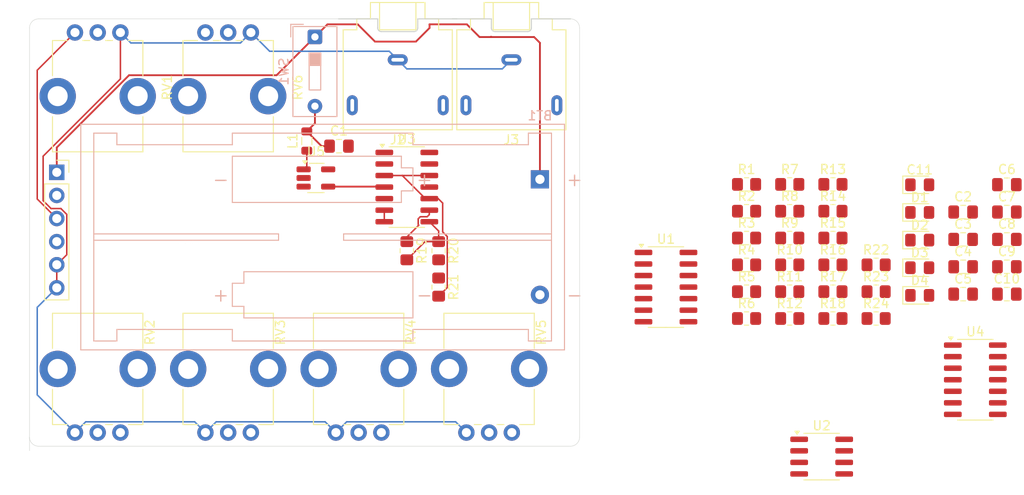
<source format=kicad_pcb>
(kicad_pcb
	(version 20241229)
	(generator "pcbnew")
	(generator_version "9.0")
	(general
		(thickness 1.6)
		(legacy_teardrops no)
	)
	(paper "A4")
	(layers
		(0 "F.Cu" signal)
		(2 "B.Cu" signal)
		(9 "F.Adhes" user "F.Adhesive")
		(11 "B.Adhes" user "B.Adhesive")
		(13 "F.Paste" user)
		(15 "B.Paste" user)
		(5 "F.SilkS" user "F.Silkscreen")
		(7 "B.SilkS" user "B.Silkscreen")
		(1 "F.Mask" user)
		(3 "B.Mask" user)
		(17 "Dwgs.User" user "User.Drawings")
		(19 "Cmts.User" user "User.Comments")
		(21 "Eco1.User" user "User.Eco1")
		(23 "Eco2.User" user "User.Eco2")
		(25 "Edge.Cuts" user)
		(27 "Margin" user)
		(31 "F.CrtYd" user "F.Courtyard")
		(29 "B.CrtYd" user "B.Courtyard")
		(35 "F.Fab" user)
		(33 "B.Fab" user)
		(39 "User.1" user)
		(41 "User.2" user)
		(43 "User.3" user)
		(45 "User.4" user)
	)
	(setup
		(stackup
			(layer "F.SilkS"
				(type "Top Silk Screen")
			)
			(layer "F.Paste"
				(type "Top Solder Paste")
			)
			(layer "F.Mask"
				(type "Top Solder Mask")
				(thickness 0.01)
			)
			(layer "F.Cu"
				(type "copper")
				(thickness 0.035)
			)
			(layer "dielectric 1"
				(type "core")
				(thickness 1.51)
				(material "FR4")
				(epsilon_r 4.5)
				(loss_tangent 0.02)
			)
			(layer "B.Cu"
				(type "copper")
				(thickness 0.035)
			)
			(layer "B.Mask"
				(type "Bottom Solder Mask")
				(thickness 0.01)
			)
			(layer "B.Paste"
				(type "Bottom Solder Paste")
			)
			(layer "B.SilkS"
				(type "Bottom Silk Screen")
			)
			(copper_finish "None")
			(dielectric_constraints no)
		)
		(pad_to_mask_clearance 0)
		(allow_soldermask_bridges_in_footprints no)
		(tenting front back)
		(pcbplotparams
			(layerselection 0x00000000_00000000_55555555_5755f5ff)
			(plot_on_all_layers_selection 0x00000000_00000000_00000000_00000000)
			(disableapertmacros no)
			(usegerberextensions no)
			(usegerberattributes yes)
			(usegerberadvancedattributes yes)
			(creategerberjobfile yes)
			(dashed_line_dash_ratio 12.000000)
			(dashed_line_gap_ratio 3.000000)
			(svgprecision 4)
			(plotframeref no)
			(mode 1)
			(useauxorigin no)
			(hpglpennumber 1)
			(hpglpenspeed 20)
			(hpglpendiameter 15.000000)
			(pdf_front_fp_property_popups yes)
			(pdf_back_fp_property_popups yes)
			(pdf_metadata yes)
			(pdf_single_document no)
			(dxfpolygonmode yes)
			(dxfimperialunits yes)
			(dxfusepcbnewfont yes)
			(psnegative no)
			(psa4output no)
			(plot_black_and_white yes)
			(plotinvisibletext no)
			(sketchpadsonfab no)
			(plotpadnumbers no)
			(hidednponfab no)
			(sketchdnponfab yes)
			(crossoutdnponfab yes)
			(subtractmaskfromsilk no)
			(outputformat 1)
			(mirror no)
			(drillshape 1)
			(scaleselection 1)
			(outputdirectory "")
		)
	)
	(net 0 "")
	(net 1 "GND")
	(net 2 "Net-(U1B-+)")
	(net 3 "VREF")
	(net 4 "Net-(U3A--)")
	(net 5 "Net-(U3C--)")
	(net 6 "/FILTERS/OBP1")
	(net 7 "/RAIL_GEN/VIN+")
	(net 8 "VCC")
	(net 9 "/FILTERS/IBP1")
	(net 10 "Net-(U1C-+)")
	(net 11 "/FILTERS/OBP2")
	(net 12 "Net-(C10-Pad1)")
	(net 13 "Net-(U3D--)")
	(net 14 "/LED_GAIN/OUTA")
	(net 15 "Net-(D1-K)")
	(net 16 "/LED_GAIN/OUTB")
	(net 17 "Net-(D2-K)")
	(net 18 "/LED_GAIN/OUTC")
	(net 19 "Net-(D3-K)")
	(net 20 "Net-(D4-K)")
	(net 21 "/LED_GAIN/OUTD")
	(net 22 "OUT")
	(net 23 "IN")
	(net 24 "Net-(J2-PadR)")
	(net 25 "Net-(J2-PadT)")
	(net 26 "Net-(J3-PadR)")
	(net 27 "Net-(U5-SW)")
	(net 28 "Net-(U1A-+)")
	(net 29 "/LED_GAIN/AREF")
	(net 30 "/LED_GAIN/BREF")
	(net 31 "/LED_GAIN/CREF")
	(net 32 "/LED_GAIN/DREF")
	(net 33 "Net-(U1D--)")
	(net 34 "/FILTERS/OHP")
	(net 35 "/FILTERS/OLP")
	(net 36 "Net-(U3B--)")
	(net 37 "unconnected-(U5-NC-Pad3)")
	(net 38 "unconnected-(U5-NC-Pad5)")
	(net 39 "Net-(C6-Pad1)")
	(net 40 "Net-(C8-Pad1)")
	(net 41 "Net-(C8-Pad2)")
	(net 42 "Net-(U2A--)")
	(net 43 "Net-(U2B--)")
	(net 44 "Net-(U2A-+)")
	(net 45 "Net-(U2B-+)")
	(net 46 "/VIN")
	(footprint "Resistor_SMD:R_0805_2012Metric_Pad1.20x1.40mm_HandSolder" (layer "F.Cu") (at 108.615 41.705))
	(footprint "Connector_Audio:Jack_3.5mm_CUI_SJ1-3523N_Horizontal" (layer "F.Cu") (at 65.5 28 180))
	(footprint "Resistor_SMD:R_0805_2012Metric_Pad1.20x1.40mm_HandSolder" (layer "F.Cu") (at 103.865 44.655))
	(footprint "Resistor_SMD:R_0805_2012Metric_Pad1.20x1.40mm_HandSolder" (layer "F.Cu") (at 103.865 47.605))
	(footprint "Resistor_SMD:R_0805_2012Metric_Pad1.20x1.40mm_HandSolder" (layer "F.Cu") (at 103.865 41.705))
	(footprint "LED_SMD:LED_0805_2012Metric_Pad1.15x1.40mm_HandSolder" (layer "F.Cu") (at 122.91 53.91))
	(footprint "Connector_PinSocket_2.54mm:PinSocket_1x06_P2.54mm_Vertical" (layer "F.Cu") (at 28 40.38))
	(footprint "LED_SMD:LED_0805_2012Metric_Pad1.15x1.40mm_HandSolder" (layer "F.Cu") (at 122.91 47.83))
	(footprint "Capacitor_SMD:C_0805_2012Metric_Pad1.18x1.45mm_HandSolder" (layer "F.Cu") (at 132.495 47.755))
	(footprint "Resistor_SMD:R_0805_2012Metric_Pad1.20x1.40mm_HandSolder" (layer "F.Cu") (at 103.865 56.455))
	(footprint "Capacitor_SMD:C_0805_2012Metric_Pad1.18x1.45mm_HandSolder" (layer "F.Cu") (at 127.685 47.755))
	(footprint "Inductor_SMD:L_0805_2012Metric" (layer "F.Cu") (at 55.5 36.9375 90))
	(footprint "Package_SO:SOIC-14_3.9x8.7mm_P1.27mm" (layer "F.Cu") (at 129.025 63.19))
	(footprint "Package_TO_SOT_SMD:SOT-23-5_HandSoldering" (layer "F.Cu") (at 56.5 41))
	(footprint "Diode_SMD:D_0805_2012Metric_Pad1.15x1.40mm_HandSolder" (layer "F.Cu") (at 122.91 41.75))
	(footprint "LED_SMD:LED_0805_2012Metric_Pad1.15x1.40mm_HandSolder" (layer "F.Cu") (at 122.91 44.79))
	(footprint "Resistor_SMD:R_0805_2012Metric_Pad1.20x1.40mm_HandSolder" (layer "F.Cu") (at 108.615 53.505))
	(footprint "Capacitor_SMD:C_0805_2012Metric_Pad1.18x1.45mm_HandSolder" (layer "F.Cu") (at 132.495 44.745))
	(footprint "Connector_Audio:Jack_3.5mm_CUI_SJ1-3523N_Horizontal" (layer "F.Cu") (at 78 28 180))
	(footprint "Resistor_SMD:R_0805_2012Metric_Pad1.20x1.40mm_HandSolder" (layer "F.Cu") (at 113.365 44.655))
	(footprint "Resistor_SMD:R_0805_2012Metric_Pad1.20x1.40mm_HandSolder" (layer "F.Cu") (at 108.615 50.555))
	(footprint "Resistor_SMD:R_0805_2012Metric_Pad1.20x1.40mm_HandSolder" (layer "F.Cu") (at 113.365 53.505))
	(footprint "Capacitor_SMD:C_0805_2012Metric_Pad1.18x1.45mm_HandSolder" (layer "F.Cu") (at 127.685 50.765))
	(footprint "Resistor_SMD:R_0805_2012Metric_Pad1.20x1.40mm_HandSolder" (layer "F.Cu") (at 108.615 56.455))
	(footprint "Package_SO:SOIC-14_3.9x8.7mm_P1.27mm" (layer "F.Cu") (at 95 53))
	(footprint "Resistor_SMD:R_0805_2012Metric_Pad1.20x1.40mm_HandSolder" (layer "F.Cu") (at 113.365 50.555))
	(footprint "Capacitor_SMD:C_0805_2012Metric_Pad1.18x1.45mm_HandSolder" (layer "F.Cu") (at 127.685 53.775))
	(footprint "Potentiometer_THT:Potentiometer_Bourns_PTV09A-1_Single_Vertical" (layer "F.Cu") (at 44.35 25 -90))
	(footprint "Capacitor_SMD:C_0805_2012Metric_Pad1.18x1.45mm_HandSolder" (layer "F.Cu") (at 59.0375 37.5))
	(footprint "Resistor_SMD:R_0805_2012Metric_Pad1.20x1.40mm_HandSolder" (layer "F.Cu") (at 118.115 50.555))
	(footprint "Resistor_SMD:R_0805_2012Metric_Pad1.20x1.40mm_HandSolder" (layer "F.Cu") (at 118.115 56.455))
	(footprint "Resistor_SMD:R_0805_2012Metric_Pad1.20x1.40mm_HandSolder" (layer "F.Cu") (at 103.865 53.505))
	(footprint "Potentiometer_THT:Potentiometer_Bourns_PTV09A-1_Single_Vertical" (layer "F.Cu") (at 35 69 90))
	(footprint "Potentiometer_THT:Potentiometer_Bourns_PTV09A-1_Single_Vertical" (layer "F.Cu") (at 78.05 69 90))
	(footprint "Resistor_SMD:R_0805_2012Metric_Pad1.20x1.40mm_HandSolder" (layer "F.Cu") (at 70 49 -90))
	(footprint "Resistor_SMD:R_0805_2012Metric_Pad1.20x1.40mm_HandSolder" (layer "F.Cu") (at 66.5 49 -90))
	(footprint "Package_SO:SOIC-14_3.9x8.7mm_P1.27mm"
		(layer "F.Cu")
		(uuid "a366d14c-e849-4ef9-b8a7-8c205fd3770b")
		(at 66.5 42)
		(descr "SOIC, 14 Pin (JEDEC MS-012AB, https://www.analog.com/media/en/package-pcb-resources/package/pkg_pdf/soic_narrow-r/r_14.pdf), generated with kicad-footprint-generator ipc_gullwing_generator.py")
		(tags "SOIC SO")
		(property "Reference" "U3"
			(at 0 -5.28 0)
			(layer "F.SilkS")
			(uuid "465e7fdd-0276-4f20-9e9c-85c01a72e14c")
			(effects
				(font
					(size 1 1)
					(thickness 0.15)
				)
			)
		)
		(property "Value" "MCP6004"
			(at 0 5.28 0)
			(layer "F.Fab")
			(uuid "486fdeda-96ba-42f4-8ee1-8459c2a0a0f0")
			(effects
				(font
					(size 1 1)
					(thickness 0.15)
				)
			)
		)
		(property "Datasheet" "http://ww1.microchip.com/downloads/en/DeviceDoc/21733j.pdf"
			(at 0 0 0)
			(layer "F.Fab")
			(hide yes)
			(uuid "c6cb5f34-ed88-4231-96da-e1c9e691c6fe")
			(effects
				(font
					(size 1.27 1.27)
					(thickness 0.15)
				)
			)
		)
		(property "Description" "1MHz, Low-Power Op Amp, DIP-14/SOIC-14/TSSOP-14"
			(at 0 0 0)
			(layer "F.Fab")
			(hide yes)
			(uuid "81be2bfa-c0eb-43d4-a1c6-2080a99eb18b")
			(effects
				(font
					(size 1.27 1.27)
					(thickness 0.15)
				)
			)
		)
		(property "Sim.Library" "MCP6001.lib"
			(at 0 0 0)
			(unlocked yes)
			(layer "F.Fab")
			(hide yes)
			(uuid "c2d09475-497f-407b-bca7-5fbd972d1fde")
			(effects
				(font
					(size 1 1)
					(thickness 0.15)
				)
			)
		)
		(property "Sim.Name" "MCP6004"
			(at 0 0 0)
			(unlocked yes)
			(layer "F.Fab")
			(hide yes)
			(uuid "adde2d96-7cda-4bc4-9213-fa175e813dd4")
			(effects
				(font
					(size 1 1)
					(thickness 0.15)
				)
			)
		)
		(property "Sim.Device" "SUBCKT"
			(at 0 0 0)
			(unlocked yes)
			(layer "F.Fab")
			(hide yes)
			(uuid "83fd93c8-6274-491e-ad0c-e0f114c30f3d")
			(effects
				(font
					(size 1 1)
					(thickness 0.15)
				)
			)
		)
		(property "Sim.Pins" "1=OUTA 2=A- 3=A+ 4=VDD 5=B+ 6=B- 7=OUTB 8=OUTC 9=C- 10=C+ 11=VSS 12=D+ 13=D- 14=OUTD"
			(at 0 0 0)
			(unlocked yes)
			(layer "F.Fab")
			(hide yes)
			(uuid "ad974cf7-1b3d-43bf-9cbe-1b7b80b86c58")
			(effects
				(font
					(size 1 1)
					(thickness 0.15)
				)
			)
		)
		(property ki_fp_filters "SOIC*3.9x8.7mm*P1.27mm* DIP*W7.62mm* TSSOP*4.4x5mm*P0.65mm* SSOP*5.3x6.2mm*P0.65mm* MSOP*3x3mm*P0.5mm*")
		(path "/8fa11fa8-6e65-47c6-b042-ff7edf5cdeda")
		(sheetname "/")
		(sheetfile "ece223_project.kicad_sch")
		(attr smd)
		(fp_line
			(start 0 -4.435)
			(end -1.95 -4.435)
			(stroke
				(width 0.12)
				(type solid)
			)
			(layer "F.SilkS")
			(uuid "b6da1fa2-7489-43d1-99b5-e85300ddcf6a")
		)
		(fp_line
			(start 0 -4.435)
			(end 1.95 -4.435)
			(stroke
				(width 0.12)
				(type solid)
			)
			(layer "F.SilkS")
			(uuid "59bbf992-5445-4dd6-aa65-2f7587ec453f")
		)
		(fp_line
			(start 0 4.435)
			(end -1.95 4.435)
			(stroke
				(width 0.12)
				(type solid)
			)
			(layer "F.SilkS")
			(uuid "99f10444-2031-42c6-a491-61353a34fd0e")
		)
		(fp_line
			(start 0 4.435)
			(end 1.95 4.435)
			(stroke
				(width 0.12)
				(type solid)
			)
			(layer "F.SilkS")
			(uuid "ce3ee0e2-1181-4996-8706-81218ee0e315")
		)
		(fp_poly
			(pts
				(xy -2.7 -4.37) (xy -2.94 -4.7) (xy -2.46 -4.7) (xy -2.7 -4.37)
			)
			(stroke
				(width 0.12)
				(type solid)
			)
			(fill yes)
			(layer "F.SilkS")
			(uuid "4d959c19-260b-4bdc-87cc-c10b2020223a")
		)
		(fp_line
			(start -3.7 -4.58)
			(end -3.7 4.58)
			(stroke
				(width 0.05)
				(type solid)
			)
			(layer "F.CrtYd")
			(uuid "40eb8391-b661-47cf-9fc6-e97d71d5fb0c")
		)
		(fp_line
			(start -3.7 4.58)
			(end 3.7 4.58)
			(stroke
				(width 0.05)
				(type solid)
			)
			(layer "F.CrtYd")
			(uuid "f64f4b35-f672-4ae6-b801-4df3ce16bbd4")
		)
		(fp_line
			(start 3.7 -4.58)
			(end -3.7 -4.58)
			(stroke
				(width 0.05)
				(type solid)
			)
			(layer "F.CrtYd")
			(uuid "2cf8d2cb-87bd-4322-bafa-784e6d0b9cb6")
		)
		(fp_line
			(start 3.7 4.58)
			(end 3.7 -4.58)
			(stroke
				(width 0.05)
				(type solid)
			)
			(layer "F.CrtYd")
			(uuid "86ecd615-8477-4a5f-a3d6-5b0645f7b2ba")
		)
		(fp_line
			(start -1.95 -3.35)
			(end -0.975 -4.325)
			(stroke
				(width 0.1)
				(type solid)
			)
			(layer "F.Fab")
			(uuid "b410d1ba-d73f-4ace-b3f0-2457ba170051")
		)
		(fp_line
			(start -1.95 4.325)
			(end -1.95 -3.35)
			(stroke
				(width 0.1)
				(type solid)
			)
			(layer "F.Fab")
			(uuid "182d06d3-6acc-459e-8023-b79445091271")
		)
		(fp_line
			(start -0.975 -4.325)
			(end 1.95 -4.325)
			(stroke
				(width 0.1)
				(type solid)
			)
			(layer "F.Fab")
			(uuid "3d6916d5-d332-4358-840d-2a65718ce989")
		)
		(fp_line
			(start 1.95 -4.325)
			(end 1.95 4.325)
			(stroke
				(width 0.1)
				(type solid)
			)
			(layer "F.Fab")
			(uuid "6c4e3298-1f4f-47e3-aaf7-c248f49d2866")
		)
		(fp_line
			(start 1.95 4.325)
			(end -1.95 4.325)
			(stroke
				(width 0.1)
				(type solid)
			)
			(layer "F.Fab")
			(uuid "ed768c57-1a14-44e1-960f-ea60f0dbe4b5")
		)
		(fp_text user "${REFERENCE}"
			(at 0 0 0)
			(layer "F.Fab")
			(uuid "8f780528-01b4-442e-9ab3-3e77f3a0d559")
			(effects
				(font
					(size 0.98 0.98)
					(thickness 0.15)
				)
			)
		)
		(pad "1" smd roundrect
			(at -2.475 -3.81)
			(size 1.95 0.6)
			(layers "F.Cu" "F.Mask" "F.Paste")
			(roundrect_rratio 0.25)
			(net 6 "/FILTERS/OBP1")
			(pintype "output")
			(uuid "a0481e81-82be-49f2-9bff-654b274e78c4")
		)
		(pad "2" smd roundrect
			(at -2.475 -2.54)
			(size 1.95 0.6)
			(layers "F.Cu" "F.Mask" "F.Paste")
			(roundrect_rratio 0.25)
			(net 4 "Net-(U3A--)")
			(pinfunction "-")
			(pintype "input")
			(uuid "1f481988-c4ee-44f3-bbb6-382cf36f3716")
		)
		(pad "3" smd roundrect
			(a
... [122762 chars truncated]
</source>
